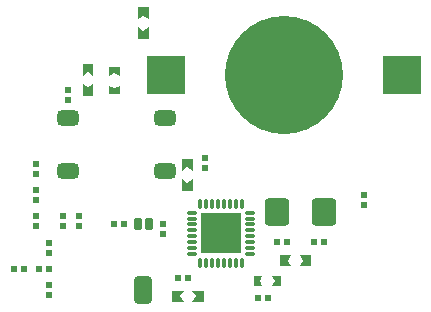
<source format=gtp>
G04 Layer_Color=8421504*
%FSLAX24Y24*%
%MOIN*%
G70*
G01*
G75*
%ADD13R,0.0236X0.0217*%
%ADD14R,0.0217X0.0236*%
G04:AMPARAMS|DCode=18|XSize=70.9mil|YSize=51.2mil|CornerRadius=12.8mil|HoleSize=0mil|Usage=FLASHONLY|Rotation=0.000|XOffset=0mil|YOffset=0mil|HoleType=Round|Shape=RoundedRectangle|*
%AMROUNDEDRECTD18*
21,1,0.0709,0.0256,0,0,0.0*
21,1,0.0453,0.0512,0,0,0.0*
1,1,0.0256,0.0226,-0.0128*
1,1,0.0256,-0.0226,-0.0128*
1,1,0.0256,-0.0226,0.0128*
1,1,0.0256,0.0226,0.0128*
%
%ADD18ROUNDEDRECTD18*%
%ADD19R,0.1358X0.1358*%
%ADD20O,0.0335X0.0110*%
%ADD21O,0.0110X0.0335*%
G04:AMPARAMS|DCode=22|XSize=94.5mil|YSize=59.1mil|CornerRadius=14.8mil|HoleSize=0mil|Usage=FLASHONLY|Rotation=270.000|XOffset=0mil|YOffset=0mil|HoleType=Round|Shape=RoundedRectangle|*
%AMROUNDEDRECTD22*
21,1,0.0945,0.0295,0,0,270.0*
21,1,0.0650,0.0591,0,0,270.0*
1,1,0.0295,-0.0148,-0.0325*
1,1,0.0295,-0.0148,0.0325*
1,1,0.0295,0.0148,0.0325*
1,1,0.0295,0.0148,-0.0325*
%
%ADD22ROUNDEDRECTD22*%
G04:AMPARAMS|DCode=23|XSize=43.3mil|YSize=23.6mil|CornerRadius=5.9mil|HoleSize=0mil|Usage=FLASHONLY|Rotation=270.000|XOffset=0mil|YOffset=0mil|HoleType=Round|Shape=RoundedRectangle|*
%AMROUNDEDRECTD23*
21,1,0.0433,0.0118,0,0,270.0*
21,1,0.0315,0.0236,0,0,270.0*
1,1,0.0118,-0.0059,-0.0157*
1,1,0.0118,-0.0059,0.0157*
1,1,0.0118,0.0059,0.0157*
1,1,0.0118,0.0059,-0.0157*
%
%ADD23ROUNDEDRECTD23*%
G04:AMPARAMS|DCode=25|XSize=90.6mil|YSize=82.7mil|CornerRadius=12.4mil|HoleSize=0mil|Usage=FLASHONLY|Rotation=270.000|XOffset=0mil|YOffset=0mil|HoleType=Round|Shape=RoundedRectangle|*
%AMROUNDEDRECTD25*
21,1,0.0906,0.0579,0,0,270.0*
21,1,0.0657,0.0827,0,0,270.0*
1,1,0.0248,-0.0289,-0.0329*
1,1,0.0248,-0.0289,0.0329*
1,1,0.0248,0.0289,0.0329*
1,1,0.0248,0.0289,-0.0329*
%
%ADD25ROUNDEDRECTD25*%
%ADD27C,0.3937*%
%ADD28R,0.1260X0.1260*%
G36*
X56850Y30925D02*
X56673Y31043D01*
X56496Y30925D01*
Y31319D01*
X56850D01*
Y30925D01*
D02*
G37*
G36*
Y30256D02*
X56496D01*
Y30650D01*
X56673Y30531D01*
X56850Y30650D01*
Y30256D01*
D02*
G37*
G36*
X55876Y29045D02*
X55699Y29124D01*
X55522Y29045D01*
Y29321D01*
X55876D01*
Y29045D01*
D02*
G37*
G36*
X55000D02*
X54823Y29163D01*
X54646Y29045D01*
Y29439D01*
X55000D01*
Y29045D01*
D02*
G37*
G36*
Y28376D02*
X54646D01*
Y28770D01*
X54823Y28652D01*
X55000Y28770D01*
Y28376D01*
D02*
G37*
G36*
X55876Y28435D02*
X55522D01*
Y28711D01*
X55699Y28632D01*
X55876Y28711D01*
Y28435D01*
D02*
G37*
G36*
X58317Y25876D02*
X58140Y25994D01*
X57963Y25876D01*
Y26270D01*
X58317D01*
Y25876D01*
D02*
G37*
G36*
Y25207D02*
X57963D01*
Y25600D01*
X58140Y25482D01*
X58317Y25600D01*
Y25207D01*
D02*
G37*
G36*
X62274Y22697D02*
X61880D01*
X61998Y22874D01*
X61880Y23051D01*
X62274D01*
Y22697D01*
D02*
G37*
G36*
X61486Y22874D02*
X61604Y22697D01*
X61211D01*
Y23051D01*
X61604D01*
X61486Y22874D01*
D02*
G37*
G36*
X61250Y22018D02*
X60974D01*
X61053Y22195D01*
X60974Y22372D01*
X61250D01*
Y22018D01*
D02*
G37*
G36*
X60561Y22195D02*
X60640Y22018D01*
X60364D01*
Y22372D01*
X60640D01*
X60561Y22195D01*
D02*
G37*
G36*
X58691Y21516D02*
X58297D01*
X58415Y21693D01*
X58297Y21870D01*
X58691D01*
Y21516D01*
D02*
G37*
G36*
X57904Y21693D02*
X58022Y21516D01*
X57628D01*
Y21870D01*
X58022D01*
X57904Y21693D01*
D02*
G37*
D13*
X54154Y28228D02*
D03*
Y28563D02*
D03*
X64035Y25069D02*
D03*
Y24734D02*
D03*
X54518Y24360D02*
D03*
Y24026D02*
D03*
X53524Y22077D02*
D03*
Y21742D02*
D03*
X53091Y25758D02*
D03*
Y26093D02*
D03*
Y24360D02*
D03*
Y24026D02*
D03*
X57313Y24094D02*
D03*
Y23760D02*
D03*
X58740Y26309D02*
D03*
Y25974D02*
D03*
X53091Y24892D02*
D03*
Y25226D02*
D03*
X53524Y23130D02*
D03*
Y23465D02*
D03*
X53986Y24026D02*
D03*
Y24360D02*
D03*
D14*
X61112Y23494D02*
D03*
X61447D02*
D03*
X52343Y22598D02*
D03*
X52677D02*
D03*
X62687Y23494D02*
D03*
X62352D02*
D03*
X56024Y24094D02*
D03*
X55689D02*
D03*
X58159Y22303D02*
D03*
X57825D02*
D03*
X60837Y21634D02*
D03*
X60502D02*
D03*
X53189Y22598D02*
D03*
X53524D02*
D03*
D18*
X54154Y25866D02*
D03*
Y27638D02*
D03*
X57382Y25866D02*
D03*
Y27638D02*
D03*
D19*
X59262Y23789D02*
D03*
D20*
X58287Y24478D02*
D03*
Y24281D02*
D03*
Y24085D02*
D03*
Y23888D02*
D03*
Y23691D02*
D03*
Y23494D02*
D03*
Y23297D02*
D03*
Y23100D02*
D03*
X60236D02*
D03*
Y23297D02*
D03*
Y23494D02*
D03*
Y23691D02*
D03*
Y23888D02*
D03*
Y24085D02*
D03*
Y24281D02*
D03*
Y24478D02*
D03*
D21*
X58573Y22815D02*
D03*
X58770D02*
D03*
X58967D02*
D03*
X59163D02*
D03*
X59360D02*
D03*
X59557D02*
D03*
X59754D02*
D03*
X59951D02*
D03*
Y24764D02*
D03*
X59754D02*
D03*
X59557D02*
D03*
X59360D02*
D03*
X59163D02*
D03*
X58967D02*
D03*
X58770D02*
D03*
X58573D02*
D03*
D22*
X56673Y21909D02*
D03*
D23*
X56850Y24094D02*
D03*
X56496D02*
D03*
D25*
X61112Y24498D02*
D03*
X62687D02*
D03*
D27*
X61358Y29055D02*
D03*
D28*
X57421D02*
D03*
X65303Y29075D02*
D03*
M02*

</source>
